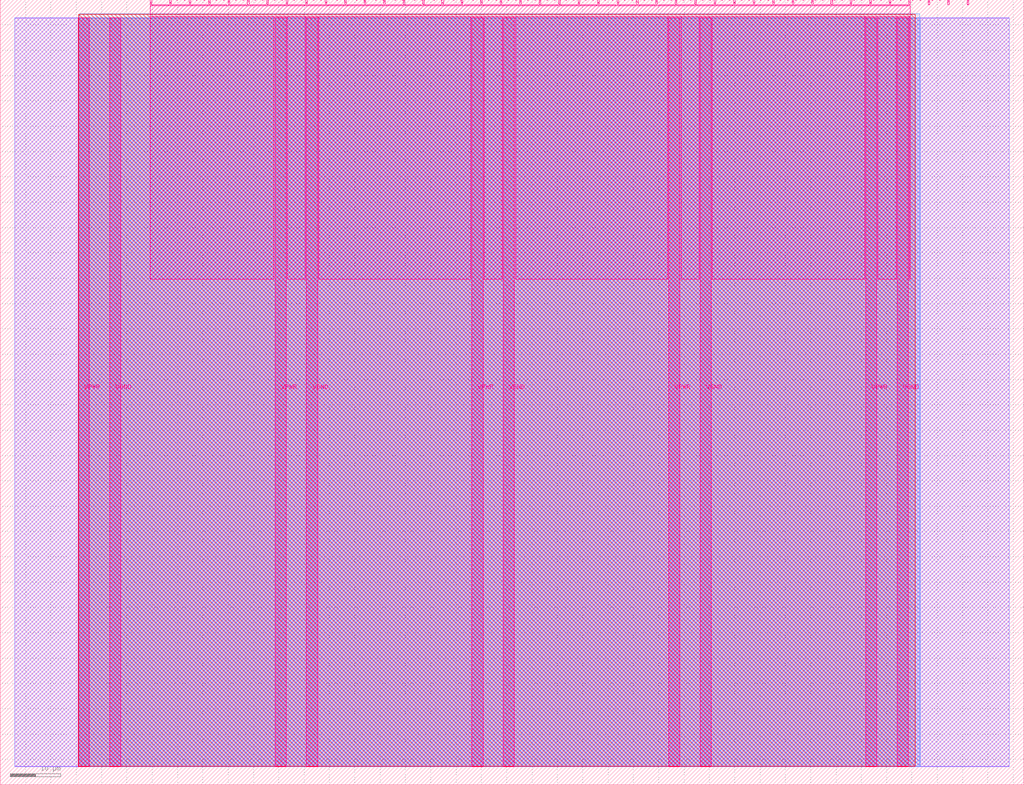
<source format=lef>
VERSION 5.7 ;
  NOWIREEXTENSIONATPIN ON ;
  DIVIDERCHAR "/" ;
  BUSBITCHARS "[]" ;
MACRO tt_um_4x4multiplier
  CLASS BLOCK ;
  FOREIGN tt_um_4x4multiplier ;
  ORIGIN 0.000 0.000 ;
  SIZE 202.080 BY 154.980 ;
  PIN VGND
    DIRECTION INOUT ;
    USE GROUND ;
    PORT
      LAYER Metal5 ;
        RECT 21.580 3.560 23.780 151.420 ;
    END
    PORT
      LAYER Metal5 ;
        RECT 60.450 3.560 62.650 151.420 ;
    END
    PORT
      LAYER Metal5 ;
        RECT 99.320 3.560 101.520 151.420 ;
    END
    PORT
      LAYER Metal5 ;
        RECT 138.190 3.560 140.390 151.420 ;
    END
    PORT
      LAYER Metal5 ;
        RECT 177.060 3.560 179.260 151.420 ;
    END
  END VGND
  PIN VPWR
    DIRECTION INOUT ;
    USE POWER ;
    PORT
      LAYER Metal5 ;
        RECT 15.380 3.560 17.580 151.420 ;
    END
    PORT
      LAYER Metal5 ;
        RECT 54.250 3.560 56.450 151.420 ;
    END
    PORT
      LAYER Metal5 ;
        RECT 93.120 3.560 95.320 151.420 ;
    END
    PORT
      LAYER Metal5 ;
        RECT 131.990 3.560 134.190 151.420 ;
    END
    PORT
      LAYER Metal5 ;
        RECT 170.860 3.560 173.060 151.420 ;
    END
  END VPWR
  PIN clk
    DIRECTION INPUT ;
    USE SIGNAL ;
    PORT
      LAYER Metal5 ;
        RECT 187.050 153.980 187.350 154.980 ;
    END
  END clk
  PIN ena
    DIRECTION INPUT ;
    USE SIGNAL ;
    PORT
      LAYER Metal5 ;
        RECT 190.890 153.980 191.190 154.980 ;
    END
  END ena
  PIN rst_n
    DIRECTION INPUT ;
    USE SIGNAL ;
    PORT
      LAYER Metal5 ;
        RECT 183.210 153.980 183.510 154.980 ;
    END
  END rst_n
  PIN ui_in[0]
    DIRECTION INPUT ;
    USE SIGNAL ;
    ANTENNAGATEAREA 0.314600 ;
    PORT
      LAYER Metal5 ;
        RECT 179.370 153.980 179.670 154.980 ;
    END
  END ui_in[0]
  PIN ui_in[1]
    DIRECTION INPUT ;
    USE SIGNAL ;
    ANTENNAGATEAREA 0.213200 ;
    PORT
      LAYER Metal5 ;
        RECT 175.530 153.980 175.830 154.980 ;
    END
  END ui_in[1]
  PIN ui_in[2]
    DIRECTION INPUT ;
    USE SIGNAL ;
    ANTENNAGATEAREA 0.213200 ;
    PORT
      LAYER Metal5 ;
        RECT 171.690 153.980 171.990 154.980 ;
    END
  END ui_in[2]
  PIN ui_in[3]
    DIRECTION INPUT ;
    USE SIGNAL ;
    ANTENNAGATEAREA 0.213200 ;
    PORT
      LAYER Metal5 ;
        RECT 167.850 153.980 168.150 154.980 ;
    END
  END ui_in[3]
  PIN ui_in[4]
    DIRECTION INPUT ;
    USE SIGNAL ;
    ANTENNAGATEAREA 0.213200 ;
    PORT
      LAYER Metal5 ;
        RECT 164.010 153.980 164.310 154.980 ;
    END
  END ui_in[4]
  PIN ui_in[5]
    DIRECTION INPUT ;
    USE SIGNAL ;
    ANTENNAGATEAREA 0.213200 ;
    PORT
      LAYER Metal5 ;
        RECT 160.170 153.980 160.470 154.980 ;
    END
  END ui_in[5]
  PIN ui_in[6]
    DIRECTION INPUT ;
    USE SIGNAL ;
    ANTENNAGATEAREA 0.314600 ;
    PORT
      LAYER Metal5 ;
        RECT 156.330 153.980 156.630 154.980 ;
    END
  END ui_in[6]
  PIN ui_in[7]
    DIRECTION INPUT ;
    USE SIGNAL ;
    ANTENNAGATEAREA 0.213200 ;
    PORT
      LAYER Metal5 ;
        RECT 152.490 153.980 152.790 154.980 ;
    END
  END ui_in[7]
  PIN uio_in[0]
    DIRECTION INPUT ;
    USE SIGNAL ;
    PORT
      LAYER Metal5 ;
        RECT 148.650 153.980 148.950 154.980 ;
    END
  END uio_in[0]
  PIN uio_in[1]
    DIRECTION INPUT ;
    USE SIGNAL ;
    PORT
      LAYER Metal5 ;
        RECT 144.810 153.980 145.110 154.980 ;
    END
  END uio_in[1]
  PIN uio_in[2]
    DIRECTION INPUT ;
    USE SIGNAL ;
    PORT
      LAYER Metal5 ;
        RECT 140.970 153.980 141.270 154.980 ;
    END
  END uio_in[2]
  PIN uio_in[3]
    DIRECTION INPUT ;
    USE SIGNAL ;
    PORT
      LAYER Metal5 ;
        RECT 137.130 153.980 137.430 154.980 ;
    END
  END uio_in[3]
  PIN uio_in[4]
    DIRECTION INPUT ;
    USE SIGNAL ;
    PORT
      LAYER Metal5 ;
        RECT 133.290 153.980 133.590 154.980 ;
    END
  END uio_in[4]
  PIN uio_in[5]
    DIRECTION INPUT ;
    USE SIGNAL ;
    PORT
      LAYER Metal5 ;
        RECT 129.450 153.980 129.750 154.980 ;
    END
  END uio_in[5]
  PIN uio_in[6]
    DIRECTION INPUT ;
    USE SIGNAL ;
    PORT
      LAYER Metal5 ;
        RECT 125.610 153.980 125.910 154.980 ;
    END
  END uio_in[6]
  PIN uio_in[7]
    DIRECTION INPUT ;
    USE SIGNAL ;
    PORT
      LAYER Metal5 ;
        RECT 121.770 153.980 122.070 154.980 ;
    END
  END uio_in[7]
  PIN uio_oe[0]
    DIRECTION OUTPUT ;
    USE SIGNAL ;
    ANTENNADIFFAREA 0.299200 ;
    PORT
      LAYER Metal5 ;
        RECT 56.490 153.980 56.790 154.980 ;
    END
  END uio_oe[0]
  PIN uio_oe[1]
    DIRECTION OUTPUT ;
    USE SIGNAL ;
    ANTENNADIFFAREA 0.299200 ;
    PORT
      LAYER Metal5 ;
        RECT 52.650 153.980 52.950 154.980 ;
    END
  END uio_oe[1]
  PIN uio_oe[2]
    DIRECTION OUTPUT ;
    USE SIGNAL ;
    ANTENNADIFFAREA 0.299200 ;
    PORT
      LAYER Metal5 ;
        RECT 48.810 153.980 49.110 154.980 ;
    END
  END uio_oe[2]
  PIN uio_oe[3]
    DIRECTION OUTPUT ;
    USE SIGNAL ;
    ANTENNADIFFAREA 0.299200 ;
    PORT
      LAYER Metal5 ;
        RECT 44.970 153.980 45.270 154.980 ;
    END
  END uio_oe[3]
  PIN uio_oe[4]
    DIRECTION OUTPUT ;
    USE SIGNAL ;
    ANTENNADIFFAREA 0.299200 ;
    PORT
      LAYER Metal5 ;
        RECT 41.130 153.980 41.430 154.980 ;
    END
  END uio_oe[4]
  PIN uio_oe[5]
    DIRECTION OUTPUT ;
    USE SIGNAL ;
    ANTENNADIFFAREA 0.299200 ;
    PORT
      LAYER Metal5 ;
        RECT 37.290 153.980 37.590 154.980 ;
    END
  END uio_oe[5]
  PIN uio_oe[6]
    DIRECTION OUTPUT ;
    USE SIGNAL ;
    ANTENNADIFFAREA 0.299200 ;
    PORT
      LAYER Metal5 ;
        RECT 33.450 153.980 33.750 154.980 ;
    END
  END uio_oe[6]
  PIN uio_oe[7]
    DIRECTION OUTPUT ;
    USE SIGNAL ;
    ANTENNADIFFAREA 0.299200 ;
    PORT
      LAYER Metal5 ;
        RECT 29.610 153.980 29.910 154.980 ;
    END
  END uio_oe[7]
  PIN uio_out[0]
    DIRECTION OUTPUT ;
    USE SIGNAL ;
    ANTENNADIFFAREA 0.299200 ;
    PORT
      LAYER Metal5 ;
        RECT 87.210 153.980 87.510 154.980 ;
    END
  END uio_out[0]
  PIN uio_out[1]
    DIRECTION OUTPUT ;
    USE SIGNAL ;
    ANTENNADIFFAREA 0.299200 ;
    PORT
      LAYER Metal5 ;
        RECT 83.370 153.980 83.670 154.980 ;
    END
  END uio_out[1]
  PIN uio_out[2]
    DIRECTION OUTPUT ;
    USE SIGNAL ;
    ANTENNADIFFAREA 0.299200 ;
    PORT
      LAYER Metal5 ;
        RECT 79.530 153.980 79.830 154.980 ;
    END
  END uio_out[2]
  PIN uio_out[3]
    DIRECTION OUTPUT ;
    USE SIGNAL ;
    ANTENNADIFFAREA 0.299200 ;
    PORT
      LAYER Metal5 ;
        RECT 75.690 153.980 75.990 154.980 ;
    END
  END uio_out[3]
  PIN uio_out[4]
    DIRECTION OUTPUT ;
    USE SIGNAL ;
    ANTENNADIFFAREA 0.299200 ;
    PORT
      LAYER Metal5 ;
        RECT 71.850 153.980 72.150 154.980 ;
    END
  END uio_out[4]
  PIN uio_out[5]
    DIRECTION OUTPUT ;
    USE SIGNAL ;
    ANTENNADIFFAREA 0.299200 ;
    PORT
      LAYER Metal5 ;
        RECT 68.010 153.980 68.310 154.980 ;
    END
  END uio_out[5]
  PIN uio_out[6]
    DIRECTION OUTPUT ;
    USE SIGNAL ;
    ANTENNADIFFAREA 0.299200 ;
    PORT
      LAYER Metal5 ;
        RECT 64.170 153.980 64.470 154.980 ;
    END
  END uio_out[6]
  PIN uio_out[7]
    DIRECTION OUTPUT ;
    USE SIGNAL ;
    ANTENNADIFFAREA 0.299200 ;
    PORT
      LAYER Metal5 ;
        RECT 60.330 153.980 60.630 154.980 ;
    END
  END uio_out[7]
  PIN uo_out[0]
    DIRECTION OUTPUT ;
    USE SIGNAL ;
    ANTENNADIFFAREA 0.651000 ;
    PORT
      LAYER Metal5 ;
        RECT 117.930 153.980 118.230 154.980 ;
    END
  END uo_out[0]
  PIN uo_out[1]
    DIRECTION OUTPUT ;
    USE SIGNAL ;
    ANTENNADIFFAREA 0.654800 ;
    PORT
      LAYER Metal5 ;
        RECT 114.090 153.980 114.390 154.980 ;
    END
  END uo_out[1]
  PIN uo_out[2]
    DIRECTION OUTPUT ;
    USE SIGNAL ;
    ANTENNADIFFAREA 0.654800 ;
    PORT
      LAYER Metal5 ;
        RECT 110.250 153.980 110.550 154.980 ;
    END
  END uo_out[2]
  PIN uo_out[3]
    DIRECTION OUTPUT ;
    USE SIGNAL ;
    ANTENNADIFFAREA 0.654800 ;
    PORT
      LAYER Metal5 ;
        RECT 106.410 153.980 106.710 154.980 ;
    END
  END uo_out[3]
  PIN uo_out[4]
    DIRECTION OUTPUT ;
    USE SIGNAL ;
    ANTENNADIFFAREA 0.654800 ;
    PORT
      LAYER Metal5 ;
        RECT 102.570 153.980 102.870 154.980 ;
    END
  END uo_out[4]
  PIN uo_out[5]
    DIRECTION OUTPUT ;
    USE SIGNAL ;
    ANTENNADIFFAREA 0.654800 ;
    PORT
      LAYER Metal5 ;
        RECT 98.730 153.980 99.030 154.980 ;
    END
  END uo_out[5]
  PIN uo_out[6]
    DIRECTION OUTPUT ;
    USE SIGNAL ;
    ANTENNADIFFAREA 0.654800 ;
    PORT
      LAYER Metal5 ;
        RECT 94.890 153.980 95.190 154.980 ;
    END
  END uo_out[6]
  PIN uo_out[7]
    DIRECTION OUTPUT ;
    USE SIGNAL ;
    ANTENNADIFFAREA 0.654800 ;
    PORT
      LAYER Metal5 ;
        RECT 91.050 153.980 91.350 154.980 ;
    END
  END uo_out[7]
  OBS
      LAYER GatPoly ;
        RECT 2.880 3.630 199.200 151.350 ;
      LAYER Metal1 ;
        RECT 2.880 3.560 199.200 151.420 ;
      LAYER Metal2 ;
        RECT 15.515 3.680 181.585 151.300 ;
      LAYER Metal3 ;
        RECT 15.560 3.635 181.540 152.185 ;
      LAYER Metal4 ;
        RECT 15.515 3.680 180.625 152.140 ;
      LAYER Metal5 ;
        RECT 30.120 153.770 33.240 153.980 ;
        RECT 33.960 153.770 37.080 153.980 ;
        RECT 37.800 153.770 40.920 153.980 ;
        RECT 41.640 153.770 44.760 153.980 ;
        RECT 45.480 153.770 48.600 153.980 ;
        RECT 49.320 153.770 52.440 153.980 ;
        RECT 53.160 153.770 56.280 153.980 ;
        RECT 57.000 153.770 60.120 153.980 ;
        RECT 60.840 153.770 63.960 153.980 ;
        RECT 64.680 153.770 67.800 153.980 ;
        RECT 68.520 153.770 71.640 153.980 ;
        RECT 72.360 153.770 75.480 153.980 ;
        RECT 76.200 153.770 79.320 153.980 ;
        RECT 80.040 153.770 83.160 153.980 ;
        RECT 83.880 153.770 87.000 153.980 ;
        RECT 87.720 153.770 90.840 153.980 ;
        RECT 91.560 153.770 94.680 153.980 ;
        RECT 95.400 153.770 98.520 153.980 ;
        RECT 99.240 153.770 102.360 153.980 ;
        RECT 103.080 153.770 106.200 153.980 ;
        RECT 106.920 153.770 110.040 153.980 ;
        RECT 110.760 153.770 113.880 153.980 ;
        RECT 114.600 153.770 117.720 153.980 ;
        RECT 118.440 153.770 121.560 153.980 ;
        RECT 122.280 153.770 125.400 153.980 ;
        RECT 126.120 153.770 129.240 153.980 ;
        RECT 129.960 153.770 133.080 153.980 ;
        RECT 133.800 153.770 136.920 153.980 ;
        RECT 137.640 153.770 140.760 153.980 ;
        RECT 141.480 153.770 144.600 153.980 ;
        RECT 145.320 153.770 148.440 153.980 ;
        RECT 149.160 153.770 152.280 153.980 ;
        RECT 153.000 153.770 156.120 153.980 ;
        RECT 156.840 153.770 159.960 153.980 ;
        RECT 160.680 153.770 163.800 153.980 ;
        RECT 164.520 153.770 167.640 153.980 ;
        RECT 168.360 153.770 171.480 153.980 ;
        RECT 172.200 153.770 175.320 153.980 ;
        RECT 176.040 153.770 179.160 153.980 ;
        RECT 29.660 151.630 179.620 153.770 ;
        RECT 29.660 99.815 54.040 151.630 ;
        RECT 56.660 99.815 60.240 151.630 ;
        RECT 62.860 99.815 92.910 151.630 ;
        RECT 95.530 99.815 99.110 151.630 ;
        RECT 101.730 99.815 131.780 151.630 ;
        RECT 134.400 99.815 137.980 151.630 ;
        RECT 140.600 99.815 170.650 151.630 ;
        RECT 173.270 99.815 176.850 151.630 ;
        RECT 179.470 99.815 179.620 151.630 ;
  END
END tt_um_4x4multiplier
END LIBRARY


</source>
